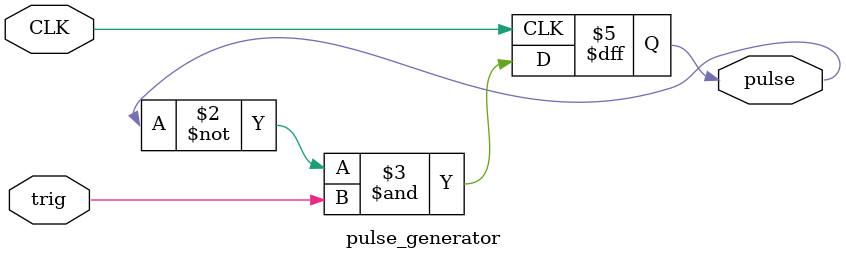
<source format=v>
module pulse_generator(pulse, trig, CLK);

output reg pulse;
input trig, CLK;

//Make sure pulse is in a known state
initial begin
	pulse = 1'b0;
end

//Only pulses once, and only uses 1 reg
always @(posedge CLK) begin
	pulse <= ~(pulse) & trig;
end

endmodule
</source>
